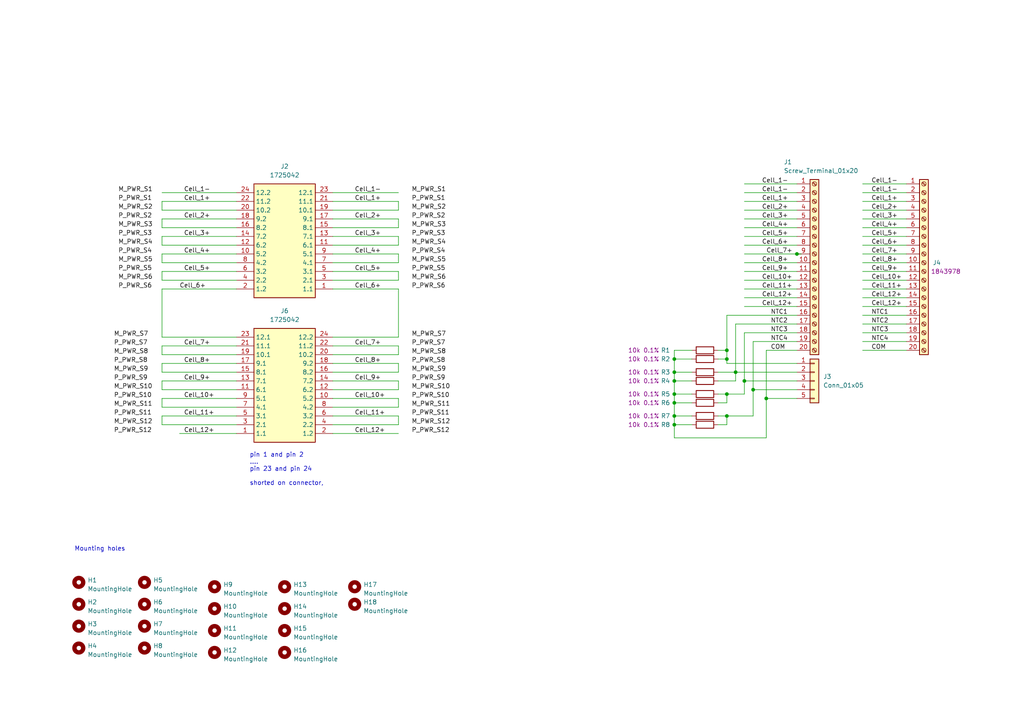
<source format=kicad_sch>
(kicad_sch (version 20230121) (generator eeschema)
  (paper "A4")
  (lib_symbols
    (symbol "Connector_Generic:Conn_01x05" (pin_names (offset 1.016) hide)
      (property "Reference" "J" (at 0 7.62 0))
      (property "Value" "Conn_01x05" (at 0 -7.62 0))
      (symbol "Conn_01x05_1_1"
        (rectangle (start -1.27 -4.953) (end 0 -5.207) (stroke (width 0.1524)))
        (rectangle (start -1.27 -2.413) (end 0 -2.667) (stroke (width 0.1524)))
        (rectangle (start -1.27 0.127) (end 0 -0.127) (stroke (width 0.1524)))
        (rectangle (start -1.27 2.667) (end 0 2.413) (stroke (width 0.1524)))
        (rectangle (start -1.27 5.207) (end 0 4.953) (stroke (width 0.1524)))
        (rectangle (start -1.27 6.35) (end 1.27 -6.35) (stroke (width 0.254)) (fill (type background)))
        (pin passive line (at -5.08 5.08 0) (length 3.81) (name "Pin_1") (number "1"))
        (pin passive line (at -5.08 2.54 0) (length 3.81) (name "Pin_2") (number "2"))
        (pin passive line (at -5.08 0 0) (length 3.81) (name "Pin_3") (number "3"))
        (pin passive line (at -5.08 -2.54 0) (length 3.81) (name "Pin_4") (number "4"))
        (pin passive line (at -5.08 -5.08 0) (length 3.81) (name "Pin_5") (number "5"))
      )
    )
    (symbol "Connectors_local:1725042"
      (property "Reference" "J" (at 24.13 7.62 0))
      (property "Value" "1725042" (at 24.13 5.08 0))
      (symbol "1725042_1_1"
        (rectangle (start 5.08 2.54) (end 22.86 -30.48) (stroke (width 0.254)) (fill (type background)))
        (pin passive line (at 0 0 0) (length 5.08) (name "1.1") (number "1"))
        (pin passive line (at 27.94 -10.16 180) (length 5.08) (name "5.2") (number "10"))
        (pin passive line (at 0 -12.7 0) (length 5.08) (name "6.1") (number "11"))
        (pin passive line (at 27.94 -12.7 180) (length 5.08) (name "6.2") (number "12"))
        (pin passive line (at 0 -15.24 0) (length 5.08) (name "7.1") (number "13"))
        (pin passive line (at 27.94 -15.24 180) (length 5.08) (name "7.2") (number "14"))
        (pin passive line (at 0 -17.78 0) (length 5.08) (name "8.1") (number "15"))
        (pin passive line (at 27.94 -17.78 180) (length 5.08) (name "8.2") (number "16"))
        (pin passive line (at 0 -20.32 0) (length 5.08) (name "9.1") (number "17"))
        (pin passive line (at 27.94 -20.32 180) (length 5.08) (name "9.2") (number "18"))
        (pin passive line (at 0 -22.86 0) (length 5.08) (name "10.1") (number "19"))
        (pin passive line (at 27.94 0 180) (length 5.08) (name "1.2") (number "2"))
        (pin passive line (at 27.94 -22.86 180) (length 5.08) (name "10.2") (number "20"))
        (pin passive line (at 0 -25.4 0) (length 5.08) (name "11.1") (number "21"))
        (pin passive line (at 27.94 -25.4 180) (length 5.08) (name "11.2") (number "22"))
        (pin passive line (at 0 -27.94 0) (length 5.08) (name "12.1") (number "23"))
        (pin passive line (at 27.94 -27.94 180) (length 5.08) (name "12.2") (number "24"))
        (pin passive line (at 0 -2.54 0) (length 5.08) (name "2.1") (number "3"))
        (pin passive line (at 27.94 -2.54 180) (length 5.08) (name "2.2") (number "4"))
        (pin passive line (at 0 -5.08 0) (length 5.08) (name "3.1") (number "5"))
        (pin passive line (at 27.94 -5.08 180) (length 5.08) (name "3.2") (number "6"))
        (pin passive line (at 0 -7.62 0) (length 5.08) (name "4.1") (number "7"))
        (pin passive line (at 27.94 -7.62 180) (length 5.08) (name "4.2") (number "8"))
        (pin passive line (at 0 -10.16 0) (length 5.08) (name "5.1") (number "9"))
      )
    )
    (symbol "Connectors_local:Screw_Terminal_01x20" (pin_names (offset 1.016) hide)
      (property "Reference" "J" (at 0 25.4 0))
      (property "Value" "Screw_Terminal_01x20" (at 0 -27.94 0))
      (symbol "Screw_Terminal_01x20_1_1"
        (rectangle (start -1.27 24.13) (end 1.27 -26.67) (stroke (width 0.254)) (fill (type background)))
        (circle (center 0 -25.4) (radius 0.635) (stroke (width 0.1524)))
        (circle (center 0 -22.86) (radius 0.635) (stroke (width 0.1524)))
        (circle (center 0 -20.32) (radius 0.635) (stroke (width 0.1524)))
        (circle (center 0 -17.78) (radius 0.635) (stroke (width 0.1524)))
        (circle (center 0 -15.24) (radius 0.635) (stroke (width 0.1524)))
        (circle (center 0 -12.7) (radius 0.635) (stroke (width 0.1524)))
        (circle (center 0 -10.16) (radius 0.635) (stroke (width 0.1524)))
        (circle (center 0 -7.62) (radius 0.635) (stroke (width 0.1524)))
        (circle (center 0 -5.08) (radius 0.635) (stroke (width 0.1524)))
        (circle (center 0 -2.54) (radius 0.635) (stroke (width 0.1524)))
        (polyline (pts (xy -0.5334 -25.0698) (xy 0.3302 -25.908)) (stroke (width 0.1524)))
        (polyline (pts (xy -0.5334 -22.5298) (xy 0.3302 -23.368)) (stroke (width 0.1524)))
        (polyline (pts (xy -0.5334 -19.9898) (xy 0.3302 -20.828)) (stroke (width 0.1524)))
        (polyline (pts (xy -0.5334 -17.4498) (xy 0.3302 -18.288)) (stroke (width 0.1524)))
        (polyline (pts (xy -0.5334 -14.9098) (xy 0.3302 -15.748)) (stroke (width 0.1524)))
        (polyline (pts (xy -0.5334 -12.3698) (xy 0.3302 -13.208)) (stroke (width 0.1524)))
        (polyline (pts (xy -0.5334 -9.8298) (xy 0.3302 -10.668)) (stroke (width 0.1524)))
        (polyline (pts (xy -0.5334 -7.2898) (xy 0.3302 -8.128)) (stroke (width 0.1524)))
        (polyline (pts (xy -0.5334 -4.7498) (xy 0.3302 -5.588)) (stroke (width 0.1524)))
        (polyline (pts (xy -0.5334 -2.2098) (xy 0.3302 -3.048)) (stroke (width 0.1524)))
        (polyline (pts (xy -0.5334 0.3302) (xy 0.3302 -0.508)) (stroke (width 0.1524)))
        (polyline (pts (xy -0.5334 2.8702) (xy 0.3302 2.032)) (stroke (width 0.1524)))
        (polyline (pts (xy -0.5334 5.4102) (xy 0.3302 4.572)) (stroke (width 0.1524)))
        (polyline (pts (xy -0.5334 7.9502) (xy 0.3302 7.112)) (stroke (width 0.1524)))
        (polyline (pts (xy -0.5334 10.4902) (xy 0.3302 9.652)) (stroke (width 0.1524)))
        (polyline (pts (xy -0.5334 13.0302) (xy 0.3302 12.192)) (stroke (width 0.1524)))
        (polyline (pts (xy -0.5334 15.5702) (xy 0.3302 14.732)) (stroke (width 0.1524)))
        (polyline (pts (xy -0.5334 18.1102) (xy 0.3302 17.272)) (stroke (width 0.1524)))
        (polyline (pts (xy -0.5334 20.6502) (xy 0.3302 19.812)) (stroke (width 0.1524)))
        (polyline (pts (xy -0.5334 23.1902) (xy 0.3302 22.352)) (stroke (width 0.1524)))
        (polyline (pts (xy -0.3556 -24.892) (xy 0.508 -25.7302)) (stroke (width 0.1524)))
        (polyline (pts (xy -0.3556 -22.352) (xy 0.508 -23.1902)) (stroke (width 0.1524)))
        (polyline (pts (xy -0.3556 -19.812) (xy 0.508 -20.6502)) (stroke (width 0.1524)))
        (polyline (pts (xy -0.3556 -17.272) (xy 0.508 -18.1102)) (stroke (width 0.1524)))
        (polyline (pts (xy -0.3556 -14.732) (xy 0.508 -15.5702)) (stroke (width 0.1524)))
        (polyline (pts (xy -0.3556 -12.192) (xy 0.508 -13.0302)) (stroke (width 0.1524)))
        (polyline (pts (xy -0.3556 -9.652) (xy 0.508 -10.4902)) (stroke (width 0.1524)))
        (polyline (pts (xy -0.3556 -7.112) (xy 0.508 -7.9502)) (stroke (width 0.1524)))
        (polyline (pts (xy -0.3556 -4.572) (xy 0.508 -5.4102)) (stroke (width 0.1524)))
        (polyline (pts (xy -0.3556 -2.032) (xy 0.508 -2.8702)) (stroke (width 0.1524)))
        (polyline (pts (xy -0.3556 0.508) (xy 0.508 -0.3302)) (stroke (width 0.1524)))
        (polyline (pts (xy -0.3556 3.048) (xy 0.508 2.2098)) (stroke (width 0.1524)))
        (polyline (pts (xy -0.3556 5.588) (xy 0.508 4.7498)) (stroke (width 0.1524)))
        (polyline (pts (xy -0.3556 8.128) (xy 0.508 7.2898)) (stroke (width 0.1524)))
        (polyline (pts (xy -0.3556 10.668) (xy 0.508 9.8298)) (stroke (width 0.1524)))
        (polyline (pts (xy -0.3556 13.208) (xy 0.508 12.3698)) (stroke (width 0.1524)))
        (polyline (pts (xy -0.3556 15.748) (xy 0.508 14.9098)) (stroke (width 0.1524)))
        (polyline (pts (xy -0.3556 18.288) (xy 0.508 17.4498)) (stroke (width 0.1524)))
        (polyline (pts (xy -0.3556 20.828) (xy 0.508 19.9898)) (stroke (width 0.1524)))
        (polyline (pts (xy -0.3556 23.368) (xy 0.508 22.5298)) (stroke (width 0.1524)))
        (circle (center 0 0) (radius 0.635) (stroke (width 0.1524)))
        (circle (center 0 2.54) (radius 0.635) (stroke (width 0.1524)))
        (circle (center 0 5.08) (radius 0.635) (stroke (width 0.1524)))
        (circle (center 0 7.62) (radius 0.635) (stroke (width 0.1524)))
        (circle (center 0 10.16) (radius 0.635) (stroke (width 0.1524)))
        (circle (center 0 12.7) (radius 0.635) (stroke (width 0.1524)))
        (circle (center 0 15.24) (radius 0.635) (stroke (width 0.1524)))
        (circle (center 0 17.78) (radius 0.635) (stroke (width 0.1524)))
        (circle (center 0 20.32) (radius 0.635) (stroke (width 0.1524)))
        (circle (center 0 22.86) (radius 0.635) (stroke (width 0.1524)))
        (pin passive line (at -5.08 22.86 0) (length 3.81) (name "Pin_1") (number "1"))
        (pin passive line (at -5.08 0 0) (length 3.81) (name "Pin_10") (number "10"))
        (pin passive line (at -5.08 -2.54 0) (length 3.81) (name "Pin_11") (number "11"))
        (pin passive line (at -5.08 -5.08 0) (length 3.81) (name "Pin_12") (number "12"))
        (pin passive line (at -5.08 -7.62 0) (length 3.81) (name "Pin_13") (number "13"))
        (pin passive line (at -5.08 -10.16 0) (length 3.81) (name "Pin_14") (number "14"))
        (pin passive line (at -5.08 -12.7 0) (length 3.81) (name "Pin_15") (number "15"))
        (pin passive line (at -5.08 -15.24 0) (length 3.81) (name "Pin_16") (number "16"))
        (pin passive line (at -5.08 -17.78 0) (length 3.81) (name "Pin_17") (number "17"))
        (pin passive line (at -5.08 -20.32 0) (length 3.81) (name "Pin_18") (number "18"))
        (pin passive line (at -5.08 -22.86 0) (length 3.81) (name "Pin_19") (number "19"))
        (pin passive line (at -5.08 20.32 0) (length 3.81) (name "Pin_2") (number "2"))
        (pin passive line (at -5.08 -25.4 0) (length 3.81) (name "Pin_20") (number "20"))
        (pin passive line (at -5.08 17.78 0) (length 3.81) (name "Pin_3") (number "3"))
        (pin passive line (at -5.08 15.24 0) (length 3.81) (name "Pin_4") (number "4"))
        (pin passive line (at -5.08 12.7 0) (length 3.81) (name "Pin_5") (number "5"))
        (pin passive line (at -5.08 10.16 0) (length 3.81) (name "Pin_6") (number "6"))
        (pin passive line (at -5.08 7.62 0) (length 3.81) (name "Pin_7") (number "7"))
        (pin passive line (at -5.08 5.08 0) (length 3.81) (name "Pin_8") (number "8"))
        (pin passive line (at -5.08 2.54 0) (length 3.81) (name "Pin_9") (number "9"))
      )
    )
    (symbol "Mechanical:MountingHole" (pin_names (offset 1.016))
      (property "Reference" "H" (at 0 5.08 0))
      (property "Value" "MountingHole" (at 0 3.175 0))
      (symbol "MountingHole_0_1"
        (circle (center 0 0) (radius 1.27) (stroke (width 1.27)))
      )
    )
    (symbol "PCM_4ms_Resistor:10k_0603_0.1%" (pin_numbers hide) (pin_names (offset 0))
      (property "Reference" "R" (at 2.032 0 90))
      (property "Display" "10k 0.1%" (at 3.81 -4.445 90))
      (symbol "10k_0603_0.1%_0_1"
        (rectangle (start -1.016 -2.54) (end 1.016 2.54) (stroke (width 0.254)))
      )
      (symbol "10k_0603_0.1%_1_1"
        (pin passive line (at 0 3.81 270) (length 1.27) (name "~") (number "1"))
        (pin passive line (at 0 -3.81 90) (length 1.27) (name "~") (number "2"))
      )
    )
  )
  (junction (at 218.44 113.03))
  (junction (at 195.58 123.19))
  (junction (at 222.25 115.57))
  (junction (at 195.58 104.14))
  (junction (at 215.9 110.49))
  (junction (at 231.14 73.66))
  (junction (at 195.58 107.95))
  (junction (at 210.82 101.6))
  (junction (at 195.58 110.49))
  (junction (at 210.82 104.14))
  (junction (at 210.82 120.65))
  (junction (at 195.58 114.3))
  (junction (at 195.58 116.84))
  (junction (at 210.82 114.3))
  (junction (at 213.36 107.95))
  (junction (at 195.58 120.65))
  (wire (pts (xy 46.99 110.49) (xy 68.58 110.49)))
  (wire (pts (xy 215.9 110.49) (xy 215.9 114.3)))
  (wire (pts (xy 46.99 105.41) (xy 68.58 105.41)))
  (wire (pts (xy 115.57 120.65) (xy 115.57 123.19)))
  (wire (pts (xy 46.99 105.41) (xy 46.99 107.95)))
  (wire (pts (xy 215.9 96.52) (xy 231.14 96.52)))
  (wire (pts (xy 96.52 97.79) (xy 115.57 97.79)))
  (wire (pts (xy 232.41 73.66) (xy 231.14 73.66)))
  (wire (pts (xy 96.52 83.82) (xy 115.57 83.82)))
  (wire (pts (xy 210.82 91.44) (xy 231.14 91.44)))
  (wire (pts (xy 96.52 81.28) (xy 115.57 81.28)))
  (wire (pts (xy 195.58 101.6) (xy 195.58 104.14)))
  (wire (pts (xy 250.19 81.28) (xy 262.89 81.28)))
  (wire (pts (xy 250.19 55.88) (xy 262.89 55.88)))
  (wire (pts (xy 46.99 100.33) (xy 68.58 100.33)))
  (wire (pts (xy 215.9 53.34) (xy 231.14 53.34)))
  (wire (pts (xy 215.9 110.49) (xy 215.9 96.52)))
  (wire (pts (xy 215.9 63.5) (xy 231.14 63.5)))
  (wire (pts (xy 115.57 63.5) (xy 115.57 66.04)))
  (wire (pts (xy 250.19 71.12) (xy 262.89 71.12)))
  (wire (pts (xy 210.82 123.19) (xy 210.82 120.65)))
  (wire (pts (xy 96.52 63.5) (xy 115.57 63.5)))
  (wire (pts (xy 250.19 66.04) (xy 262.89 66.04)))
  (wire (pts (xy 250.19 86.36) (xy 262.89 86.36)))
  (wire (pts (xy 115.57 58.42) (xy 115.57 60.96)))
  (wire (pts (xy 46.99 83.82) (xy 68.58 83.82)))
  (wire (pts (xy 96.52 71.12) (xy 115.57 71.12)))
  (wire (pts (xy 195.58 120.65) (xy 200.66 120.65)))
  (wire (pts (xy 195.58 120.65) (xy 195.58 123.19)))
  (wire (pts (xy 115.57 105.41) (xy 115.57 107.95)))
  (wire (pts (xy 46.99 60.96) (xy 68.58 60.96)))
  (wire (pts (xy 215.9 73.66) (xy 231.14 73.66)))
  (wire (pts (xy 218.44 113.03) (xy 218.44 120.65)))
  (wire (pts (xy 115.57 100.33) (xy 115.57 102.87)))
  (wire (pts (xy 46.99 107.95) (xy 68.58 107.95)))
  (wire (pts (xy 195.58 116.84) (xy 195.58 120.65)))
  (wire (pts (xy 208.28 104.14) (xy 210.82 104.14)))
  (wire (pts (xy 96.52 66.04) (xy 115.57 66.04)))
  (wire (pts (xy 222.25 115.57) (xy 222.25 101.6)))
  (wire (pts (xy 46.99 78.74) (xy 68.58 78.74)))
  (wire (pts (xy 46.99 63.5) (xy 68.58 63.5)))
  (wire (pts (xy 195.58 110.49) (xy 195.58 114.3)))
  (wire (pts (xy 215.9 58.42) (xy 231.14 58.42)))
  (wire (pts (xy 195.58 107.95) (xy 195.58 110.49)))
  (wire (pts (xy 115.57 83.82) (xy 115.57 97.79)))
  (wire (pts (xy 96.52 58.42) (xy 115.57 58.42)))
  (wire (pts (xy 46.99 118.11) (xy 68.58 118.11)))
  (wire (pts (xy 250.19 99.06) (xy 262.89 99.06)))
  (wire (pts (xy 46.99 120.65) (xy 46.99 123.19)))
  (wire (pts (xy 46.99 73.66) (xy 68.58 73.66)))
  (wire (pts (xy 215.9 76.2) (xy 231.14 76.2)))
  (wire (pts (xy 96.52 125.73) (xy 115.57 125.73)))
  (wire (pts (xy 195.58 123.19) (xy 195.58 127)))
  (wire (pts (xy 222.25 115.57) (xy 231.14 115.57)))
  (wire (pts (xy 213.36 107.95) (xy 231.14 107.95)))
  (wire (pts (xy 96.52 115.57) (xy 115.57 115.57)))
  (wire (pts (xy 215.9 68.58) (xy 231.14 68.58)))
  (wire (pts (xy 46.99 58.42) (xy 68.58 58.42)))
  (wire (pts (xy 46.99 73.66) (xy 46.99 76.2)))
  (wire (pts (xy 215.9 81.28) (xy 231.14 81.28)))
  (wire (pts (xy 46.99 102.87) (xy 68.58 102.87)))
  (wire (pts (xy 218.44 113.03) (xy 231.14 113.03)))
  (wire (pts (xy 250.19 78.74) (xy 262.89 78.74)))
  (wire (pts (xy 250.19 60.96) (xy 262.89 60.96)))
  (wire (pts (xy 46.99 58.42) (xy 46.99 60.96)))
  (wire (pts (xy 115.57 78.74) (xy 115.57 81.28)))
  (wire (pts (xy 46.99 100.33) (xy 46.99 102.87)))
  (wire (pts (xy 215.9 86.36) (xy 231.14 86.36)))
  (wire (pts (xy 215.9 55.88) (xy 231.14 55.88)))
  (wire (pts (xy 46.99 68.58) (xy 68.58 68.58)))
  (wire (pts (xy 200.66 101.6) (xy 195.58 101.6)))
  (wire (pts (xy 195.58 116.84) (xy 200.66 116.84)))
  (wire (pts (xy 210.82 101.6) (xy 208.28 101.6)))
  (wire (pts (xy 46.99 83.82) (xy 46.99 97.79)))
  (wire (pts (xy 96.52 55.88) (xy 115.57 55.88)))
  (wire (pts (xy 250.19 93.98) (xy 262.89 93.98)))
  (wire (pts (xy 46.99 55.88) (xy 68.58 55.88)))
  (wire (pts (xy 213.36 110.49) (xy 213.36 107.95)))
  (wire (pts (xy 210.82 91.44) (xy 210.82 101.6)))
  (wire (pts (xy 46.99 123.19) (xy 68.58 123.19)))
  (wire (pts (xy 215.9 71.12) (xy 231.14 71.12)))
  (wire (pts (xy 215.9 66.04) (xy 231.14 66.04)))
  (wire (pts (xy 96.52 76.2) (xy 115.57 76.2)))
  (wire (pts (xy 210.82 116.84) (xy 210.82 114.3)))
  (wire (pts (xy 215.9 83.82) (xy 231.14 83.82)))
  (wire (pts (xy 210.82 104.14) (xy 210.82 105.41)))
  (wire (pts (xy 222.25 101.6) (xy 231.14 101.6)))
  (wire (pts (xy 250.19 73.66) (xy 262.89 73.66)))
  (wire (pts (xy 96.52 73.66) (xy 115.57 73.66)))
  (wire (pts (xy 96.52 113.03) (xy 115.57 113.03)))
  (wire (pts (xy 46.99 63.5) (xy 46.99 66.04)))
  (wire (pts (xy 250.19 88.9) (xy 262.89 88.9)))
  (wire (pts (xy 250.19 68.58) (xy 262.89 68.58)))
  (wire (pts (xy 96.52 102.87) (xy 115.57 102.87)))
  (wire (pts (xy 96.52 110.49) (xy 115.57 110.49)))
  (wire (pts (xy 213.36 93.98) (xy 213.36 107.95)))
  (wire (pts (xy 250.19 96.52) (xy 262.89 96.52)))
  (wire (pts (xy 215.9 88.9) (xy 231.14 88.9)))
  (wire (pts (xy 96.52 118.11) (xy 115.57 118.11)))
  (wire (pts (xy 195.58 127) (xy 222.25 127)))
  (wire (pts (xy 195.58 104.14) (xy 195.58 107.95)))
  (wire (pts (xy 250.19 91.44) (xy 262.89 91.44)))
  (wire (pts (xy 46.99 97.79) (xy 68.58 97.79)))
  (wire (pts (xy 46.99 78.74) (xy 46.99 81.28)))
  (wire (pts (xy 46.99 115.57) (xy 46.99 118.11)))
  (wire (pts (xy 213.36 93.98) (xy 231.14 93.98)))
  (wire (pts (xy 96.52 78.74) (xy 115.57 78.74)))
  (wire (pts (xy 250.19 101.6) (xy 262.89 101.6)))
  (wire (pts (xy 195.58 123.19) (xy 200.66 123.19)))
  (wire (pts (xy 250.19 53.34) (xy 262.89 53.34)))
  (wire (pts (xy 218.44 120.65) (xy 210.82 120.65)))
  (wire (pts (xy 195.58 114.3) (xy 200.66 114.3)))
  (wire (pts (xy 115.57 110.49) (xy 115.57 113.03)))
  (wire (pts (xy 222.25 127) (xy 222.25 115.57)))
  (wire (pts (xy 46.99 71.12) (xy 68.58 71.12)))
  (wire (pts (xy 115.57 73.66) (xy 115.57 76.2)))
  (wire (pts (xy 115.57 115.57) (xy 115.57 118.11)))
  (wire (pts (xy 208.28 116.84) (xy 210.82 116.84)))
  (wire (pts (xy 96.52 60.96) (xy 115.57 60.96)))
  (wire (pts (xy 210.82 105.41) (xy 231.14 105.41)))
  (wire (pts (xy 250.19 58.42) (xy 262.89 58.42)))
  (wire (pts (xy 250.19 83.82) (xy 262.89 83.82)))
  (wire (pts (xy 210.82 120.65) (xy 208.28 120.65)))
  (wire (pts (xy 210.82 114.3) (xy 208.28 114.3)))
  (wire (pts (xy 115.57 68.58) (xy 115.57 71.12)))
  (wire (pts (xy 96.52 120.65) (xy 115.57 120.65)))
  (wire (pts (xy 215.9 78.74) (xy 231.14 78.74)))
  (wire (pts (xy 46.99 115.57) (xy 68.58 115.57)))
  (wire (pts (xy 250.19 76.2) (xy 262.89 76.2)))
  (wire (pts (xy 195.58 107.95) (xy 200.66 107.95)))
  (wire (pts (xy 195.58 114.3) (xy 195.58 116.84)))
  (wire (pts (xy 52.07 125.73) (xy 68.58 125.73)))
  (wire (pts (xy 46.99 76.2) (xy 68.58 76.2)))
  (wire (pts (xy 218.44 113.03) (xy 218.44 99.06)))
  (wire (pts (xy 208.28 110.49) (xy 213.36 110.49)))
  (wire (pts (xy 96.52 123.19) (xy 115.57 123.19)))
  (wire (pts (xy 215.9 110.49) (xy 231.14 110.49)))
  (wire (pts (xy 210.82 104.14) (xy 210.82 101.6)))
  (wire (pts (xy 96.52 100.33) (xy 115.57 100.33)))
  (wire (pts (xy 46.99 113.03) (xy 68.58 113.03)))
  (wire (pts (xy 96.52 68.58) (xy 115.57 68.58)))
  (wire (pts (xy 96.52 107.95) (xy 115.57 107.95)))
  (wire (pts (xy 195.58 104.14) (xy 200.66 104.14)))
  (wire (pts (xy 215.9 60.96) (xy 231.14 60.96)))
  (wire (pts (xy 46.99 110.49) (xy 46.99 113.03)))
  (wire (pts (xy 96.52 105.41) (xy 115.57 105.41)))
  (wire (pts (xy 215.9 114.3) (xy 210.82 114.3)))
  (wire (pts (xy 46.99 68.58) (xy 46.99 71.12)))
  (wire (pts (xy 46.99 81.28) (xy 68.58 81.28)))
  (wire (pts (xy 208.28 107.95) (xy 213.36 107.95)))
  (wire (pts (xy 46.99 120.65) (xy 68.58 120.65)))
  (wire (pts (xy 46.99 66.04) (xy 68.58 66.04)))
  (wire (pts (xy 208.28 123.19) (xy 210.82 123.19)))
  (wire (pts (xy 195.58 110.49) (xy 200.66 110.49)))
  (wire (pts (xy 250.19 63.5) (xy 262.89 63.5)))
  (wire (pts (xy 218.44 99.06) (xy 231.14 99.06)))
  (text "Mounting holes" (at 21.59 160.02 0) (effects (font (size 1.27 1.27)) (justify left bottom)))
  (text "pin 1 and pin 2 \n....\npin 23 and pin 24 \n\nshorted on connector, " (at 72.39 140.97 0) (effects (font (size 1.27 1.27)) (justify left bottom)))
  (label "P_PWR_S1" (at 119.38 58.42 0))
  (label "Cell_2+" (at 252.73 60.96 0))
  (label "Cell_1+" (at 220.98 58.42 0))
  (label "M_PWR_S12" (at 33.02 123.19 0))
  (label "Cell_9+" (at 252.73 78.74 0))
  (label "Cell_7+" (at 102.87 100.33 0))
  (label "P_PWR_S8" (at 33.02 105.41 0))
  (label "Cell_3+" (at 53.34 68.58 0))
  (label "Cell_1-" (at 220.98 55.88 0))
  (label "Cell_11+" (at 220.98 83.82 0))
  (label "Cell_3+" (at 220.98 63.5 0))
  (label "M_PWR_S12" (at 119.38 123.19 0))
  (label "NTC1" (at 252.73 91.44 0))
  (label "COM" (at 252.73 101.6 0))
  (label "Cell_5+" (at 220.98 68.58 0))
  (label "Cell_4+" (at 102.87 73.66 0))
  (label "Cell_5+" (at 53.34 78.74 0))
  (label "Cell_2+" (at 220.98 60.96 0))
  (label "P_PWR_S9" (at 119.38 110.49 0))
  (label "Cell_1-" (at 220.98 53.34 0))
  (label "Cell_6+" (at 252.73 71.12 0))
  (label "M_PWR_S9" (at 119.38 107.95 0))
  (label "Cell_8+" (at 102.87 105.41 0))
  (label "Cell_12+" (at 220.98 86.36 0))
  (label "P_PWR_S12" (at 33.02 125.73 0))
  (label "M_PWR_S4" (at 34.29 71.12 0))
  (label "Cell_1+" (at 252.73 58.42 0))
  (label "M_PWR_S2" (at 34.29 60.96 0))
  (label "Cell_10+" (at 102.87 115.57 0))
  (label "Cell_6+" (at 52.07 83.82 0))
  (label "P_PWR_S6" (at 119.38 83.82 0))
  (label "Cell_12+" (at 53.34 125.73 0))
  (label "Cell_2+" (at 53.34 63.5 0))
  (label "NTC2" (at 223.52 93.98 0))
  (label "M_PWR_S1" (at 119.38 55.88 0))
  (label "M_PWR_S5" (at 119.38 76.2 0))
  (label "P_PWR_S4" (at 34.29 73.66 0))
  (label "P_PWR_S10" (at 33.02 115.57 0))
  (label "Cell_1-" (at 53.34 55.88 0))
  (label "Cell_6+" (at 102.87 83.82 0))
  (label "Cell_12+" (at 220.98 88.9 0))
  (label "P_PWR_S6" (at 34.29 83.82 0))
  (label "P_PWR_S12" (at 119.38 125.73 0))
  (label "P_PWR_S8" (at 119.38 105.41 0))
  (label "Cell_1-" (at 102.87 55.88 0))
  (label "P_PWR_S9" (at 33.02 110.49 0))
  (label "M_PWR_S1" (at 34.29 55.88 0))
  (label "M_PWR_S9" (at 33.02 107.95 0))
  (label "M_PWR_S10" (at 119.38 113.03 0))
  (label "Cell_12+" (at 102.87 125.73 0))
  (label "P_PWR_S3" (at 119.38 68.58 0))
  (label "P_PWR_S5" (at 34.29 78.74 0))
  (label "Cell_1-" (at 252.73 53.34 0))
  (label "Cell_10+" (at 53.34 115.57 0))
  (label "M_PWR_S11" (at 33.02 118.11 0))
  (label "P_PWR_S2" (at 119.38 63.5 0))
  (label "Cell_12+" (at 252.73 86.36 0))
  (label "Cell_8+" (at 53.34 105.41 0))
  (label "NTC2" (at 252.73 93.98 0))
  (label "Cell_12+" (at 252.73 88.9 0))
  (label "P_PWR_S1" (at 34.29 58.42 0))
  (label "Cell_7+" (at 222.25 73.66 0))
  (label "M_PWR_S6" (at 119.38 81.28 0))
  (label "M_PWR_S3" (at 34.29 66.04 0))
  (label "Cell_8+" (at 220.98 76.2 0))
  (label "Cell_6+" (at 220.98 71.12 0))
  (label "Cell_5+" (at 252.73 68.58 0))
  (label "Cell_11+" (at 53.34 120.65 0))
  (label "NTC4" (at 223.52 99.06 0))
  (label "M_PWR_S3" (at 119.38 66.04 0))
  (label "Cell_10+" (at 220.98 81.28 0))
  (label "P_PWR_S7" (at 33.02 100.33 0))
  (label "NTC3" (at 223.52 96.52 0))
  (label "M_PWR_S5" (at 34.29 76.2 0))
  (label "M_PWR_S7" (at 33.02 97.79 0))
  (label "Cell_8+" (at 252.73 76.2 0))
  (label "M_PWR_S10" (at 33.02 113.03 0))
  (label "Cell_9+" (at 102.87 110.49 0))
  (label "Cell_5+" (at 102.87 78.74 0))
  (label "P_PWR_S2" (at 34.29 63.5 0))
  (label "Cell_7+" (at 252.73 73.66 0))
  (label "Cell_9+" (at 220.98 78.74 0))
  (label "M_PWR_S6" (at 34.29 81.28 0))
  (label "Cell_10+" (at 252.73 81.28 0))
  (label "P_PWR_S10" (at 119.38 115.57 0))
  (label "Cell_4+" (at 220.98 66.04 0))
  (label "NTC1" (at 223.52 91.44 0))
  (label "P_PWR_S4" (at 119.38 73.66 0))
  (label "Cell_3+" (at 102.87 68.58 0))
  (label "Cell_1+" (at 102.87 58.42 0))
  (label "COM" (at 223.52 101.6 0))
  (label "Cell_3+" (at 252.73 63.5 0))
  (label "P_PWR_S5" (at 119.38 78.74 0))
  (label "Cell_7+" (at 53.34 100.33 0))
  (label "M_PWR_S8" (at 119.38 102.87 0))
  (label "P_PWR_S7" (at 119.38 100.33 0))
  (label "Cell_4+" (at 252.73 66.04 0))
  (label "M_PWR_S4" (at 119.38 71.12 0))
  (label "Cell_11+" (at 102.87 120.65 0))
  (label "Cell_4+" (at 53.34 73.66 0))
  (label "Cell_1+" (at 53.34 58.42 0))
  (label "NTC3" (at 252.73 96.52 0))
  (label "P_PWR_S3" (at 34.29 68.58 0))
  (label "P_PWR_S11" (at 33.02 120.65 0))
  (label "M_PWR_S2" (at 119.38 60.96 0))
  (label "Cell_1-" (at 252.73 55.88 0))
  (label "M_PWR_S7" (at 119.38 97.79 0))
  (label "NTC4" (at 252.73 99.06 0))
  (label "Cell_9+" (at 53.34 110.49 0))
  (label "Cell_2+" (at 102.87 63.5 0))
  (label "Cell_11+" (at 252.73 83.82 0))
  (label "M_PWR_S11" (at 119.38 118.11 0))
  (label "P_PWR_S11" (at 119.38 120.65 0))
  (label "M_PWR_S8" (at 33.02 102.87 0))
  (symbol (lib_id "Mechanical:MountingHole") (at 82.55 182.88 0) (unit 1)
    (property "Reference" "H15" (at 85.09 182.245 0) (effects (justify left)))
    (property "Value" "MountingHole" (at 85.09 184.785 0) (effects (justify left)))
    (property "Footprint" "MountingHole:MountingHole_3.2mm_M3_ISO14580" (effects hide))
  )
  (symbol (lib_id "PCM_4ms_Resistor:10k_0603_0.1%") (at 204.47 123.19 90) (unit 1)
    (property "Reference" "R8" (at 193.04 123.19 90))
    (property "Value" "10k_0603_0.1%" (effects hide))
    (property "Footprint" "PCM_4ms_Resistor:R_0603" (effects hide))
    (property "Display" "10k 0.1%" (at 186.69 123.19 90))
    (property "Specifications" "10k, 0.1%, 1/16W, 0603, 25ppm" (effects hide))
    (property "Manufacturer" "Panasonic" (effects hide))
    (property "Part Number" "ERJ-PB3B1002V" (effects hide))
    (property "Manufacturer 2" "Yageo" (effects hide))
    (property "Part Number 2" "RT0603BRD1010KL" (effects hide))
  )
  (symbol (lib_id "PCM_4ms_Resistor:10k_0603_0.1%") (at 204.47 114.3 90) (unit 1)
    (property "Reference" "R5" (at 193.04 114.3 90))
    (property "Value" "10k_0603_0.1%" (effects hide))
    (property "Footprint" "PCM_4ms_Resistor:R_0603" (effects hide))
    (property "Display" "10k 0.1%" (at 186.69 114.3 90))
    (property "Specifications" "10k, 0.1%, 1/16W, 0603, 25ppm" (effects hide))
    (property "Manufacturer" "Panasonic" (effects hide))
    (property "Part Number" "ERJ-PB3B1002V" (effects hide))
    (property "Manufacturer 2" "Yageo" (effects hide))
    (property "Part Number 2" "RT0603BRD1010KL" (effects hide))
  )
  (symbol (lib_id "Connectors_local:Screw_Terminal_01x20") (at 236.22 76.2 0) (unit 1)
    (property "Reference" "J1" (at 227.33 46.99 0) (effects (justify left)))
    (property "Value" "Screw_Terminal_01x20" (at 227.33 49.53 0) (effects (justify left)))
    (property "Footprint" "Connectors_local:TerminalBlock_4Ucon_1x20_P3.50mm_Vertical_copy" (effects hide))
  )
  (symbol (lib_id "Connectors_local:Screw_Terminal_01x20") (at 267.97 76.2 0) (unit 1)
    (property "Reference" "J4" (at 270.51 76.2 0) (effects (justify left)))
    (property "Value" "Screw_Terminal_01x20" (effects hide))
    (property "Footprint" "Connectors_local:TerminalBlock_4Ucon_1x20_P3.50mm_horisontal" (effects hide))
    (property "Datasheet" "https://www.mouser.bg/ProductDetail/Phoenix-Contact/1843978?qs=sGAEpiMZZMvPvGwLNS671zZvyVWS49C%252BBe98bzBRfzk%3D" (effects hide))
    (property "MPN" "1843978" (at 274.32 78.74 0))
  )
  (symbol (lib_id "Mechanical:MountingHole") (at 41.91 175.26 0) (unit 1)
    (property "Reference" "H6" (at 44.45 174.625 0) (effects (justify left)))
    (property "Value" "MountingHole" (at 44.45 177.165 0) (effects (justify left)))
    (property "Footprint" "MountingHole:MountingHole_3.2mm_M3_ISO14580" (effects hide))
  )
  (symbol (lib_id "Mechanical:MountingHole") (at 82.55 189.23 0) (unit 1)
    (property "Reference" "H16" (at 85.09 188.595 0) (effects (justify left)))
    (property "Value" "MountingHole" (at 85.09 191.135 0) (effects (justify left)))
    (property "Footprint" "MountingHole:MountingHole_3.2mm_M3_ISO14580" (effects hide))
  )
  (symbol (lib_id "Mechanical:MountingHole") (at 41.91 168.91 0) (unit 1)
    (property "Reference" "H5" (at 44.45 168.275 0) (effects (justify left)))
    (property "Value" "MountingHole" (at 44.45 170.815 0) (effects (justify left)))
    (property "Footprint" "MountingHole:MountingHole_3.2mm_M3_ISO14580" (effects hide))
  )
  (symbol (lib_id "Mechanical:MountingHole") (at 62.23 189.23 0) (unit 1)
    (property "Reference" "H12" (at 64.77 188.595 0) (effects (justify left)))
    (property "Value" "MountingHole" (at 64.77 191.135 0) (effects (justify left)))
    (property "Footprint" "MountingHole:MountingHole_3.2mm_M3_ISO14580" (effects hide))
  )
  (symbol (lib_id "Mechanical:MountingHole") (at 22.86 168.91 0) (unit 1)
    (property "Reference" "H1" (at 25.4 168.275 0) (effects (justify left)))
    (property "Value" "MountingHole" (at 25.4 170.815 0) (effects (justify left)))
    (property "Footprint" "MountingHole:MountingHole_3.2mm_M3_ISO14580" (effects hide))
  )
  (symbol (lib_id "Connector_Generic:Conn_01x05") (at 236.22 110.49 0) (unit 1)
    (property "Reference" "J3" (at 238.76 109.22 0) (effects (justify left)))
    (property "Value" "Conn_01x05" (at 238.76 111.76 0) (effects (justify left)))
    (property "Footprint" "Connector_PinHeader_2.54mm:PinHeader_1x05_P2.54mm_Vertical" (effects hide))
  )
  (symbol (lib_id "Mechanical:MountingHole") (at 82.55 176.53 0) (unit 1)
    (property "Reference" "H14" (at 85.09 175.895 0) (effects (justify left)))
    (property "Value" "MountingHole" (at 85.09 178.435 0) (effects (justify left)))
    (property "Footprint" "MountingHole:MountingHole_3.2mm_M3_ISO14580" (effects hide))
  )
  (symbol (lib_id "Connectors_local:1725042") (at 96.52 83.82 180) (unit 1)
    (property "Reference" "J2" (at 82.55 48.26 0))
    (property "Value" "1725042" (at 82.55 50.8 0))
    (property "Footprint" "Connectors_local:1725042" (effects hide))
    (property "Datasheet" "http://www.phoenixcontact.com/de/produkte/1725042/pdf" (effects hide))
    (property "Height" "16.15" (effects hide))
    (property "Manufacturer_Name" "Phoenix Contact" (effects hide))
    (property "Manufacturer_Part_Number" "1725042" (effects hide))
    (property "Mouser Part Number" "651-1725042" (effects hide))
    (property "Mouser Price/Stock" "https://www.mouser.co.uk/ProductDetail/Phoenix-Contact/1725042?qs=FsiEaDPgmK%2Fag7OZ9kSlSQ%3D%3D" (effects hide))
  )
  (symbol (lib_id "Mechanical:MountingHole") (at 82.55 170.18 0) (unit 1)
    (property "Reference" "H13" (at 85.09 169.545 0) (effects (justify left)))
    (property "Value" "MountingHole" (at 85.09 172.085 0) (effects (justify left)))
    (property "Footprint" "MountingHole:MountingHole_3.2mm_M3_ISO14580" (effects hide))
  )
  (symbol (lib_id "PCM_4ms_Resistor:10k_0603_0.1%") (at 204.47 116.84 90) (unit 1)
    (property "Reference" "R6" (at 193.04 116.84 90))
    (property "Value" "10k_0603_0.1%" (effects hide))
    (property "Footprint" "PCM_4ms_Resistor:R_0603" (effects hide))
    (property "Display" "10k 0.1%" (at 186.69 116.84 90))
    (property "Specifications" "10k, 0.1%, 1/16W, 0603, 25ppm" (effects hide))
    (property "Manufacturer" "Panasonic" (effects hide))
    (property "Part Number" "ERJ-PB3B1002V" (effects hide))
    (property "Manufacturer 2" "Yageo" (effects hide))
    (property "Part Number 2" "RT0603BRD1010KL" (effects hide))
  )
  (symbol (lib_id "PCM_4ms_Resistor:10k_0603_0.1%") (at 204.47 104.14 90) (unit 1)
    (property "Reference" "R2" (at 193.04 104.14 90))
    (property "Value" "10k_0603_0.1%" (effects hide))
    (property "Footprint" "PCM_4ms_Resistor:R_0603" (effects hide))
    (property "Display" "10k 0.1%" (at 186.69 104.14 90))
    (property "Specifications" "10k, 0.1%, 1/16W, 0603, 25ppm" (effects hide))
    (property "Manufacturer" "Panasonic" (effects hide))
    (property "Part Number" "ERJ-PB3B1002V" (effects hide))
    (property "Manufacturer 2" "Yageo" (effects hide))
    (property "Part Number 2" "RT0603BRD1010KL" (effects hide))
  )
  (symbol (lib_id "Mechanical:MountingHole") (at 41.91 181.61 0) (unit 1)
    (property "Reference" "H7" (at 44.45 180.975 0) (effects (justify left)))
    (property "Value" "MountingHole" (at 44.45 183.515 0) (effects (justify left)))
    (property "Footprint" "MountingHole:MountingHole_3.2mm_M3_ISO14580" (effects hide))
  )
  (symbol (lib_id "Mechanical:MountingHole") (at 62.23 182.88 0) (unit 1)
    (property "Reference" "H11" (at 64.77 182.245 0) (effects (justify left)))
    (property "Value" "MountingHole" (at 64.77 184.785 0) (effects (justify left)))
    (property "Footprint" "MountingHole:MountingHole_3.2mm_M3_ISO14580" (effects hide))
  )
  (symbol (lib_id "PCM_4ms_Resistor:10k_0603_0.1%") (at 204.47 107.95 90) (unit 1)
    (property "Reference" "R3" (at 193.04 107.95 90))
    (property "Value" "10k_0603_0.1%" (effects hide))
    (property "Footprint" "PCM_4ms_Resistor:R_0603" (effects hide))
    (property "Display" "10k 0.1%" (at 186.69 107.95 90))
    (property "Specifications" "10k, 0.1%, 1/16W, 0603, 25ppm" (effects hide))
    (property "Manufacturer" "Panasonic" (effects hide))
    (property "Part Number" "ERJ-PB3B1002V" (effects hide))
    (property "Manufacturer 2" "Yageo" (effects hide))
    (property "Part Number 2" "RT0603BRD1010KL" (effects hide))
  )
  (symbol (lib_id "Mechanical:MountingHole") (at 62.23 176.53 0) (unit 1)
    (property "Reference" "H10" (at 64.77 175.895 0) (effects (justify left)))
    (property "Value" "MountingHole" (at 64.77 178.435 0) (effects (justify left)))
    (property "Footprint" "MountingHole:MountingHole_3.2mm_M3_ISO14580" (effects hide))
  )
  (symbol (lib_id "PCM_4ms_Resistor:10k_0603_0.1%") (at 204.47 110.49 90) (unit 1)
    (property "Reference" "R4" (at 193.04 110.49 90))
    (property "Value" "10k_0603_0.1%" (effects hide))
    (property "Footprint" "PCM_4ms_Resistor:R_0603" (effects hide))
    (property "Display" "10k 0.1%" (at 186.69 110.49 90))
    (property "Specifications" "10k, 0.1%, 1/16W, 0603, 25ppm" (effects hide))
    (property "Manufacturer" "Panasonic" (effects hide))
    (property "Part Number" "ERJ-PB3B1002V" (effects hide))
    (property "Manufacturer 2" "Yageo" (effects hide))
    (property "Part Number 2" "RT0603BRD1010KL" (effects hide))
  )
  (symbol (lib_id "Mechanical:MountingHole") (at 102.87 175.26 0) (unit 1)
    (property "Reference" "H18" (at 105.41 174.625 0) (effects (justify left)))
    (property "Value" "MountingHole" (at 105.41 177.165 0) (effects (justify left)))
    (property "Footprint" "MountingHole:MountingHole_3.2mm_M3_ISO14580" (effects hide))
  )
  (symbol (lib_id "Connectors_local:1725042") (at 68.58 125.73 0) (mirror x) (unit 1)
    (property "Reference" "J6" (at 82.55 90.17 0))
    (property "Value" "1725042" (at 82.55 92.71 0))
    (property "Footprint" "Connectors_local:1725042" (effects hide))
    (property "Datasheet" "http://www.phoenixcontact.com/de/produkte/1725042/pdf" (effects hide))
    (property "Height" "16.15" (effects hide))
    (property "Manufacturer_Name" "Phoenix Contact" (effects hide))
    (property "Manufacturer_Part_Number" "1725042" (effects hide))
    (property "Mouser Part Number" "651-1725042" (effects hide))
    (property "Mouser Price/Stock" "https://www.mouser.co.uk/ProductDetail/Phoenix-Contact/1725042?qs=FsiEaDPgmK%2Fag7OZ9kSlSQ%3D%3D" (effects hide))
  )
  (symbol (lib_id "PCM_4ms_Resistor:10k_0603_0.1%") (at 204.47 101.6 90) (unit 1)
    (property "Reference" "R1" (at 193.04 101.6 90))
    (property "Value" "10k_0603_0.1%" (effects hide))
    (property "Footprint" "PCM_4ms_Resistor:R_0603" (effects hide))
    (property "Display" "10k 0.1%" (at 186.69 101.6 90))
    (property "Specifications" "10k, 0.1%, 1/16W, 0603, 25ppm" (effects hide))
    (property "Manufacturer" "Panasonic" (effects hide))
    (property "Part Number" "ERJ-PB3B1002V" (effects hide))
    (property "Manufacturer 2" "Yageo" (effects hide))
    (property "Part Number 2" "RT0603BRD1010KL" (effects hide))
  )
  (symbol (lib_id "Mechanical:MountingHole") (at 22.86 181.61 0) (unit 1)
    (property "Reference" "H3" (at 25.4 180.975 0) (effects (justify left)))
    (property "Value" "MountingHole" (at 25.4 183.515 0) (effects (justify left)))
    (property "Footprint" "MountingHole:MountingHole_3.2mm_M3_ISO14580" (effects hide))
  )
  (symbol (lib_id "PCM_4ms_Resistor:10k_0603_0.1%") (at 204.47 120.65 90) (unit 1)
    (property "Reference" "R7" (at 193.04 120.65 90))
    (property "Value" "10k_0603_0.1%" (effects hide))
    (property "Footprint" "PCM_4ms_Resistor:R_0603" (effects hide))
    (property "Display" "10k 0.1%" (at 186.69 120.65 90))
    (property "Specifications" "10k, 0.1%, 1/16W, 0603, 25ppm" (effects hide))
    (property "Manufacturer" "Panasonic" (effects hide))
    (property "Part Number" "ERJ-PB3B1002V" (effects hide))
    (property "Manufacturer 2" "Yageo" (effects hide))
    (property "Part Number 2" "RT0603BRD1010KL" (effects hide))
  )
  (symbol (lib_id "Mechanical:MountingHole") (at 102.87 170.18 0) (unit 1)
    (property "Reference" "H17" (at 105.41 169.545 0) (effects (justify left)))
    (property "Value" "MountingHole" (at 105.41 172.085 0) (effects (justify left)))
    (property "Footprint" "MountingHole:MountingHole_3.2mm_M3_ISO14580" (effects hide))
  )
  (symbol (lib_id "Mechanical:MountingHole") (at 22.86 175.26 0) (unit 1)
    (property "Reference" "H2" (at 25.4 174.625 0) (effects (justify left)))
    (property "Value" "MountingHole" (at 25.4 177.165 0) (effects (justify left)))
    (property "Footprint" "MountingHole:MountingHole_3.2mm_M3_ISO14580" (effects hide))
  )
  (symbol (lib_id "Mechanical:MountingHole") (at 62.23 170.18 0) (unit 1)
    (property "Reference" "H9" (at 64.77 169.545 0) (effects (justify left)))
    (property "Value" "MountingHole" (at 64.77 172.085 0) (effects (justify left)))
    (property "Footprint" "MountingHole:MountingHole_3.2mm_M3_ISO14580" (effects hide))
  )
  (symbol (lib_id "Mechanical:MountingHole") (at 41.91 187.96 0) (unit 1)
    (property "Reference" "H8" (at 44.45 187.325 0) (effects (justify left)))
    (property "Value" "MountingHole" (at 44.45 189.865 0) (effects (justify left)))
    (property "Footprint" "MountingHole:MountingHole_3.2mm_M3_ISO14580" (effects hide))
  )
  (symbol (lib_id "Mechanical:MountingHole") (at 22.86 187.96 0) (unit 1)
    (property "Reference" "H4" (at 25.4 187.325 0) (effects (justify left)))
    (property "Value" "MountingHole" (at 25.4 189.865 0) (effects (justify left)))
    (property "Footprint" "MountingHole:MountingHole_3.2mm_M3_ISO14580" (effects hide))
  )
)
</source>
